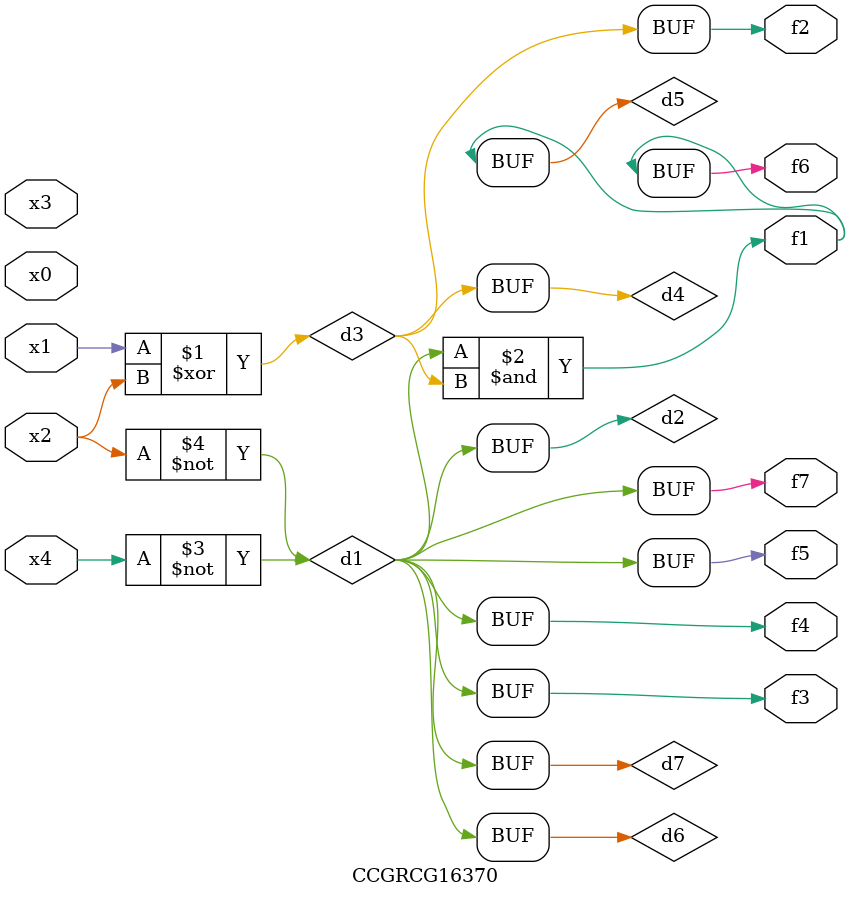
<source format=v>
module CCGRCG16370(
	input x0, x1, x2, x3, x4,
	output f1, f2, f3, f4, f5, f6, f7
);

	wire d1, d2, d3, d4, d5, d6, d7;

	not (d1, x4);
	not (d2, x2);
	xor (d3, x1, x2);
	buf (d4, d3);
	and (d5, d1, d3);
	buf (d6, d1, d2);
	buf (d7, d2);
	assign f1 = d5;
	assign f2 = d4;
	assign f3 = d7;
	assign f4 = d7;
	assign f5 = d7;
	assign f6 = d5;
	assign f7 = d7;
endmodule

</source>
